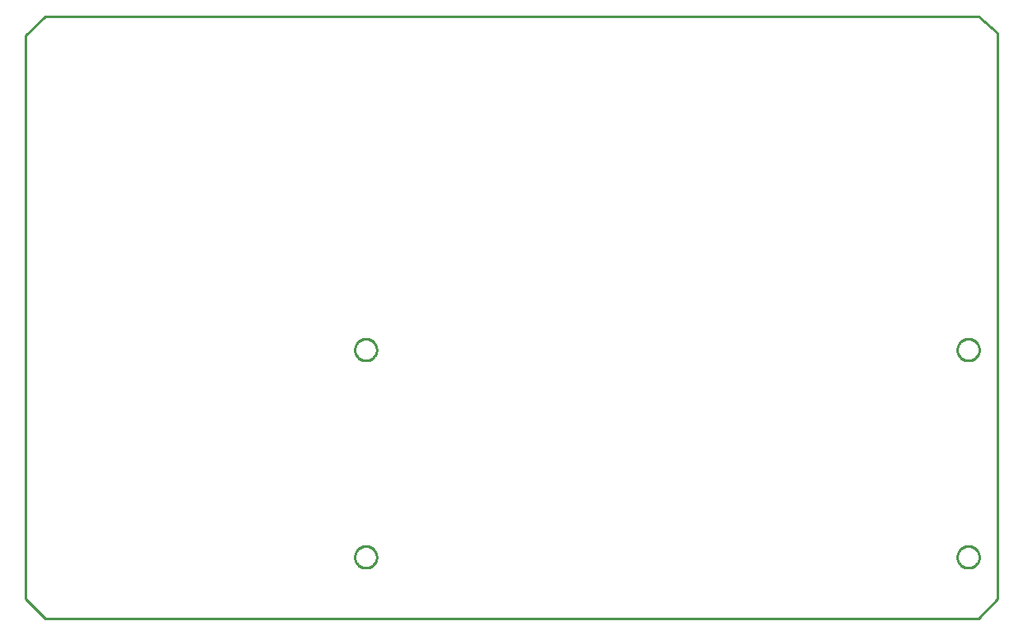
<source format=gbr>
G04 EAGLE Gerber RS-274X export*
G75*
%MOMM*%
%FSLAX34Y34*%
%LPD*%
%IN*%
%IPPOS*%
%AMOC8*
5,1,8,0,0,1.08239X$1,22.5*%
G01*
%ADD10C,0.254000*%


D10*
X230000Y90000D02*
X250000Y70000D01*
X1210000Y70000D01*
X1230000Y90000D01*
X1230000Y672540D01*
X1210000Y690000D01*
X250000Y690000D01*
X230000Y670000D01*
X230000Y90000D01*
X1199298Y335610D02*
X1198417Y335679D01*
X1197544Y335818D01*
X1196684Y336024D01*
X1195843Y336297D01*
X1195026Y336636D01*
X1194239Y337037D01*
X1193485Y337499D01*
X1192770Y338018D01*
X1192098Y338593D01*
X1191473Y339218D01*
X1190898Y339890D01*
X1190379Y340605D01*
X1189917Y341359D01*
X1189516Y342146D01*
X1189177Y342963D01*
X1188904Y343804D01*
X1188698Y344664D01*
X1188559Y345537D01*
X1188490Y346418D01*
X1188490Y347302D01*
X1188559Y348183D01*
X1188698Y349056D01*
X1188904Y349916D01*
X1189177Y350757D01*
X1189516Y351574D01*
X1189917Y352361D01*
X1190379Y353115D01*
X1190898Y353830D01*
X1191473Y354502D01*
X1192098Y355128D01*
X1192770Y355702D01*
X1193485Y356221D01*
X1194239Y356683D01*
X1195026Y357085D01*
X1195843Y357423D01*
X1196684Y357696D01*
X1197544Y357902D01*
X1198417Y358041D01*
X1199298Y358110D01*
X1200182Y358110D01*
X1201063Y358041D01*
X1201936Y357902D01*
X1202796Y357696D01*
X1203637Y357423D01*
X1204454Y357085D01*
X1205241Y356683D01*
X1205995Y356221D01*
X1206710Y355702D01*
X1207382Y355128D01*
X1208008Y354502D01*
X1208582Y353830D01*
X1209101Y353115D01*
X1209563Y352361D01*
X1209965Y351574D01*
X1210303Y350757D01*
X1210576Y349916D01*
X1210782Y349056D01*
X1210921Y348183D01*
X1210990Y347302D01*
X1210990Y346418D01*
X1210921Y345537D01*
X1210782Y344664D01*
X1210576Y343804D01*
X1210303Y342963D01*
X1209965Y342146D01*
X1209563Y341359D01*
X1209101Y340605D01*
X1208582Y339890D01*
X1208008Y339218D01*
X1207382Y338593D01*
X1206710Y338018D01*
X1205995Y337499D01*
X1205241Y337037D01*
X1204454Y336636D01*
X1203637Y336297D01*
X1202796Y336024D01*
X1201936Y335818D01*
X1201063Y335679D01*
X1200182Y335610D01*
X1199298Y335610D01*
X1199298Y122210D02*
X1198417Y122279D01*
X1197544Y122418D01*
X1196684Y122624D01*
X1195843Y122897D01*
X1195026Y123236D01*
X1194239Y123637D01*
X1193485Y124099D01*
X1192770Y124618D01*
X1192098Y125193D01*
X1191473Y125818D01*
X1190898Y126490D01*
X1190379Y127205D01*
X1189917Y127959D01*
X1189516Y128746D01*
X1189177Y129563D01*
X1188904Y130404D01*
X1188698Y131264D01*
X1188559Y132137D01*
X1188490Y133018D01*
X1188490Y133902D01*
X1188559Y134783D01*
X1188698Y135656D01*
X1188904Y136516D01*
X1189177Y137357D01*
X1189516Y138174D01*
X1189917Y138961D01*
X1190379Y139715D01*
X1190898Y140430D01*
X1191473Y141102D01*
X1192098Y141728D01*
X1192770Y142302D01*
X1193485Y142821D01*
X1194239Y143283D01*
X1195026Y143685D01*
X1195843Y144023D01*
X1196684Y144296D01*
X1197544Y144502D01*
X1198417Y144641D01*
X1199298Y144710D01*
X1200182Y144710D01*
X1201063Y144641D01*
X1201936Y144502D01*
X1202796Y144296D01*
X1203637Y144023D01*
X1204454Y143685D01*
X1205241Y143283D01*
X1205995Y142821D01*
X1206710Y142302D01*
X1207382Y141728D01*
X1208008Y141102D01*
X1208582Y140430D01*
X1209101Y139715D01*
X1209563Y138961D01*
X1209965Y138174D01*
X1210303Y137357D01*
X1210576Y136516D01*
X1210782Y135656D01*
X1210921Y134783D01*
X1210990Y133902D01*
X1210990Y133018D01*
X1210921Y132137D01*
X1210782Y131264D01*
X1210576Y130404D01*
X1210303Y129563D01*
X1209965Y128746D01*
X1209563Y127959D01*
X1209101Y127205D01*
X1208582Y126490D01*
X1208008Y125818D01*
X1207382Y125193D01*
X1206710Y124618D01*
X1205995Y124099D01*
X1205241Y123637D01*
X1204454Y123236D01*
X1203637Y122897D01*
X1202796Y122624D01*
X1201936Y122418D01*
X1201063Y122279D01*
X1200182Y122210D01*
X1199298Y122210D01*
X579498Y122210D02*
X578617Y122279D01*
X577744Y122418D01*
X576884Y122624D01*
X576043Y122897D01*
X575226Y123236D01*
X574439Y123637D01*
X573685Y124099D01*
X572970Y124618D01*
X572298Y125193D01*
X571673Y125818D01*
X571098Y126490D01*
X570579Y127205D01*
X570117Y127959D01*
X569716Y128746D01*
X569377Y129563D01*
X569104Y130404D01*
X568898Y131264D01*
X568759Y132137D01*
X568690Y133018D01*
X568690Y133902D01*
X568759Y134783D01*
X568898Y135656D01*
X569104Y136516D01*
X569377Y137357D01*
X569716Y138174D01*
X570117Y138961D01*
X570579Y139715D01*
X571098Y140430D01*
X571673Y141102D01*
X572298Y141728D01*
X572970Y142302D01*
X573685Y142821D01*
X574439Y143283D01*
X575226Y143685D01*
X576043Y144023D01*
X576884Y144296D01*
X577744Y144502D01*
X578617Y144641D01*
X579498Y144710D01*
X580382Y144710D01*
X581263Y144641D01*
X582136Y144502D01*
X582996Y144296D01*
X583837Y144023D01*
X584654Y143685D01*
X585441Y143283D01*
X586195Y142821D01*
X586910Y142302D01*
X587582Y141728D01*
X588208Y141102D01*
X588782Y140430D01*
X589301Y139715D01*
X589763Y138961D01*
X590165Y138174D01*
X590503Y137357D01*
X590776Y136516D01*
X590982Y135656D01*
X591121Y134783D01*
X591190Y133902D01*
X591190Y133018D01*
X591121Y132137D01*
X590982Y131264D01*
X590776Y130404D01*
X590503Y129563D01*
X590165Y128746D01*
X589763Y127959D01*
X589301Y127205D01*
X588782Y126490D01*
X588208Y125818D01*
X587582Y125193D01*
X586910Y124618D01*
X586195Y124099D01*
X585441Y123637D01*
X584654Y123236D01*
X583837Y122897D01*
X582996Y122624D01*
X582136Y122418D01*
X581263Y122279D01*
X580382Y122210D01*
X579498Y122210D01*
X579498Y335610D02*
X578617Y335679D01*
X577744Y335818D01*
X576884Y336024D01*
X576043Y336297D01*
X575226Y336636D01*
X574439Y337037D01*
X573685Y337499D01*
X572970Y338018D01*
X572298Y338593D01*
X571673Y339218D01*
X571098Y339890D01*
X570579Y340605D01*
X570117Y341359D01*
X569716Y342146D01*
X569377Y342963D01*
X569104Y343804D01*
X568898Y344664D01*
X568759Y345537D01*
X568690Y346418D01*
X568690Y347302D01*
X568759Y348183D01*
X568898Y349056D01*
X569104Y349916D01*
X569377Y350757D01*
X569716Y351574D01*
X570117Y352361D01*
X570579Y353115D01*
X571098Y353830D01*
X571673Y354502D01*
X572298Y355128D01*
X572970Y355702D01*
X573685Y356221D01*
X574439Y356683D01*
X575226Y357085D01*
X576043Y357423D01*
X576884Y357696D01*
X577744Y357902D01*
X578617Y358041D01*
X579498Y358110D01*
X580382Y358110D01*
X581263Y358041D01*
X582136Y357902D01*
X582996Y357696D01*
X583837Y357423D01*
X584654Y357085D01*
X585441Y356683D01*
X586195Y356221D01*
X586910Y355702D01*
X587582Y355128D01*
X588208Y354502D01*
X588782Y353830D01*
X589301Y353115D01*
X589763Y352361D01*
X590165Y351574D01*
X590503Y350757D01*
X590776Y349916D01*
X590982Y349056D01*
X591121Y348183D01*
X591190Y347302D01*
X591190Y346418D01*
X591121Y345537D01*
X590982Y344664D01*
X590776Y343804D01*
X590503Y342963D01*
X590165Y342146D01*
X589763Y341359D01*
X589301Y340605D01*
X588782Y339890D01*
X588208Y339218D01*
X587582Y338593D01*
X586910Y338018D01*
X586195Y337499D01*
X585441Y337037D01*
X584654Y336636D01*
X583837Y336297D01*
X582996Y336024D01*
X582136Y335818D01*
X581263Y335679D01*
X580382Y335610D01*
X579498Y335610D01*
M02*

</source>
